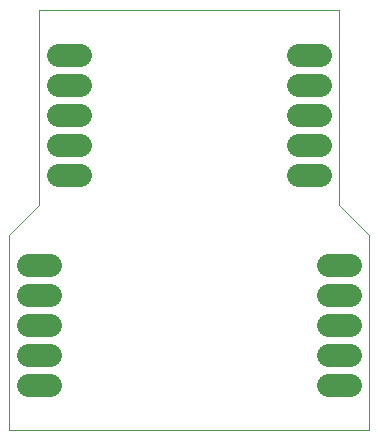
<source format=gbs>
G75*
%MOIN*%
%OFA0B0*%
%FSLAX24Y24*%
%IPPOS*%
%LPD*%
%AMOC8*
5,1,8,0,0,1.08239X$1,22.5*
%
%ADD10C,0.0000*%
%ADD11C,0.0780*%
D10*
X000160Y000660D02*
X000160Y007160D01*
X001160Y008160D01*
X001160Y014660D01*
X011160Y014660D01*
X011160Y008160D01*
X012160Y007160D01*
X012160Y000660D01*
X000160Y000660D01*
D11*
X000790Y002160D02*
X001530Y002160D01*
X001530Y003160D02*
X000790Y003160D01*
X000790Y004160D02*
X001530Y004160D01*
X001530Y005160D02*
X000790Y005160D01*
X000790Y006160D02*
X001530Y006160D01*
X001790Y009160D02*
X002530Y009160D01*
X002530Y010160D02*
X001790Y010160D01*
X001790Y011160D02*
X002530Y011160D01*
X002530Y012160D02*
X001790Y012160D01*
X001790Y013160D02*
X002530Y013160D01*
X009790Y013160D02*
X010530Y013160D01*
X010530Y012160D02*
X009790Y012160D01*
X009790Y011160D02*
X010530Y011160D01*
X010530Y010160D02*
X009790Y010160D01*
X009790Y009160D02*
X010530Y009160D01*
X010790Y006160D02*
X011530Y006160D01*
X011530Y005160D02*
X010790Y005160D01*
X010790Y004160D02*
X011530Y004160D01*
X011530Y003160D02*
X010790Y003160D01*
X010790Y002160D02*
X011530Y002160D01*
M02*

</source>
